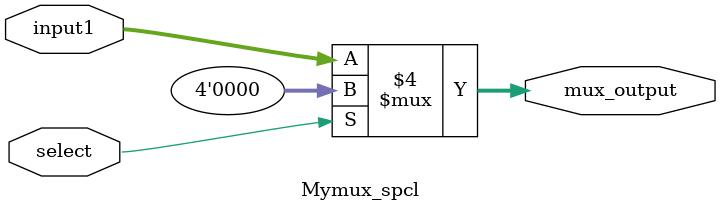
<source format=v>
module Mymux_spcl(input1, mux_output, select);
input [3:0]input1;
input select;
output [3:0]mux_output;
reg [3:0]mux_output;

always@(select) begin

if(select == 1'b1) begin

mux_output = 4'b0000;

end

else begin

mux_output = input1;

end

end

endmodule
</source>
